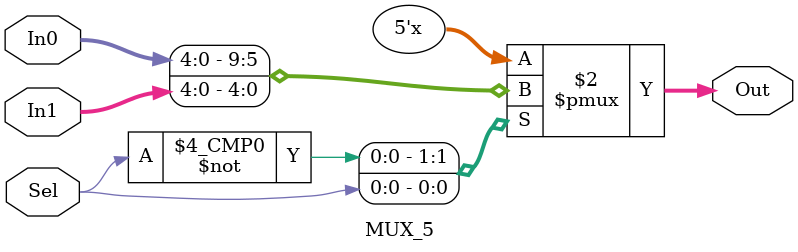
<source format=v>
module MUX_5(
    input [4:0] In0,
    input [4:0] In1,
    input Sel,
    output reg [4:0] Out
    );
	 
	 always@(In0, In1, Sel)
		 case (Sel)
			 0: Out <= In0;
			 1: Out <= In1;
		 endcase
endmodule
</source>
